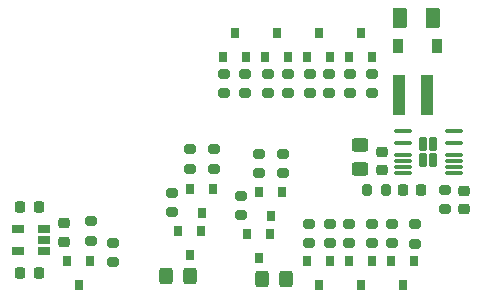
<source format=gbr>
%TF.GenerationSoftware,KiCad,Pcbnew,6.0.6-1.fc35*%
%TF.CreationDate,2022-07-26T21:01:35+02:00*%
%TF.ProjectId,Nixiewatch,4e697869-6577-4617-9463-682e6b696361,rev?*%
%TF.SameCoordinates,Original*%
%TF.FileFunction,Paste,Top*%
%TF.FilePolarity,Positive*%
%FSLAX46Y46*%
G04 Gerber Fmt 4.6, Leading zero omitted, Abs format (unit mm)*
G04 Created by KiCad (PCBNEW 6.0.6-1.fc35) date 2022-07-26 21:01:35*
%MOMM*%
%LPD*%
G01*
G04 APERTURE LIST*
G04 Aperture macros list*
%AMRoundRect*
0 Rectangle with rounded corners*
0 $1 Rounding radius*
0 $2 $3 $4 $5 $6 $7 $8 $9 X,Y pos of 4 corners*
0 Add a 4 corners polygon primitive as box body*
4,1,4,$2,$3,$4,$5,$6,$7,$8,$9,$2,$3,0*
0 Add four circle primitives for the rounded corners*
1,1,$1+$1,$2,$3*
1,1,$1+$1,$4,$5*
1,1,$1+$1,$6,$7*
1,1,$1+$1,$8,$9*
0 Add four rect primitives between the rounded corners*
20,1,$1+$1,$2,$3,$4,$5,0*
20,1,$1+$1,$4,$5,$6,$7,0*
20,1,$1+$1,$6,$7,$8,$9,0*
20,1,$1+$1,$8,$9,$2,$3,0*%
G04 Aperture macros list end*
%ADD10RoundRect,0.225000X-0.250000X0.225000X-0.250000X-0.225000X0.250000X-0.225000X0.250000X0.225000X0*%
%ADD11RoundRect,0.225000X-0.225000X-0.250000X0.225000X-0.250000X0.225000X0.250000X-0.225000X0.250000X0*%
%ADD12RoundRect,0.200000X-0.275000X0.200000X-0.275000X-0.200000X0.275000X-0.200000X0.275000X0.200000X0*%
%ADD13R,0.800000X0.900000*%
%ADD14RoundRect,0.200000X0.275000X-0.200000X0.275000X0.200000X-0.275000X0.200000X-0.275000X-0.200000X0*%
%ADD15RoundRect,0.250000X-0.325000X-0.450000X0.325000X-0.450000X0.325000X0.450000X-0.325000X0.450000X0*%
%ADD16R,1.060000X0.650000*%
%ADD17RoundRect,0.200000X-0.200000X-0.275000X0.200000X-0.275000X0.200000X0.275000X-0.200000X0.275000X0*%
%ADD18RoundRect,0.250000X-0.450000X0.325000X-0.450000X-0.325000X0.450000X-0.325000X0.450000X0.325000X0*%
%ADD19RoundRect,0.172500X-0.172500X-0.422500X0.172500X-0.422500X0.172500X0.422500X-0.172500X0.422500X0*%
%ADD20RoundRect,0.075000X-0.650000X-0.075000X0.650000X-0.075000X0.650000X0.075000X-0.650000X0.075000X0*%
%ADD21R,0.980000X3.400000*%
%ADD22RoundRect,0.250000X-0.375000X-0.625000X0.375000X-0.625000X0.375000X0.625000X-0.375000X0.625000X0*%
%ADD23R,0.900000X1.200000*%
G04 APERTURE END LIST*
D10*
%TO.C,C11*%
X78232000Y-53722000D03*
X78232000Y-55272000D03*
%TD*%
D11*
%TO.C,C12*%
X74550000Y-52324000D03*
X76100000Y-52324000D03*
%TD*%
D12*
%TO.C,R20*%
X102500000Y-41075000D03*
X102500000Y-42725000D03*
%TD*%
D13*
%TO.C,Q11*%
X95692000Y-54626000D03*
X93792000Y-54626000D03*
X94742000Y-56626000D03*
%TD*%
%TO.C,Q7*%
X95316000Y-39608000D03*
X97216000Y-39608000D03*
X96266000Y-37608000D03*
%TD*%
%TO.C,Q9*%
X89850000Y-54372000D03*
X87950000Y-54372000D03*
X88900000Y-56372000D03*
%TD*%
D14*
%TO.C,R19*%
X104300000Y-55400000D03*
X104300000Y-53750000D03*
%TD*%
%TO.C,R18*%
X100800000Y-55425000D03*
X100800000Y-53775000D03*
%TD*%
%TO.C,R17*%
X80518000Y-55181000D03*
X80518000Y-53531000D03*
%TD*%
D13*
%TO.C,Q8*%
X91760000Y-39608000D03*
X93660000Y-39608000D03*
X92710000Y-37608000D03*
%TD*%
%TO.C,Q5*%
X100772000Y-56912000D03*
X98872000Y-56912000D03*
X99822000Y-58912000D03*
%TD*%
%TO.C,Q2*%
X98872000Y-39608000D03*
X100772000Y-39608000D03*
X99822000Y-37608000D03*
%TD*%
D14*
%TO.C,R25*%
X90932000Y-49085000D03*
X90932000Y-47435000D03*
%TD*%
D15*
%TO.C,R24*%
X86868000Y-58166000D03*
X88918000Y-58166000D03*
%TD*%
D11*
%TO.C,C17*%
X74550000Y-57912000D03*
X76100000Y-57912000D03*
%TD*%
D13*
%TO.C,Q1*%
X107884000Y-56912000D03*
X105984000Y-56912000D03*
X106934000Y-58912000D03*
%TD*%
%TO.C,Q6*%
X80452000Y-56912000D03*
X78552000Y-56912000D03*
X79502000Y-58912000D03*
%TD*%
%TO.C,Q10*%
X90866000Y-50816000D03*
X88966000Y-50816000D03*
X89916000Y-52816000D03*
%TD*%
%TO.C,Q4*%
X104328000Y-56912000D03*
X102428000Y-56912000D03*
X103378000Y-58912000D03*
%TD*%
%TO.C,Q12*%
X96708000Y-51070000D03*
X94808000Y-51070000D03*
X95758000Y-53070000D03*
%TD*%
D12*
%TO.C,R27*%
X93218000Y-51386000D03*
X93218000Y-53036000D03*
%TD*%
%TO.C,R26*%
X88900000Y-47435000D03*
X88900000Y-49085000D03*
%TD*%
%TO.C,R23*%
X87376000Y-51132000D03*
X87376000Y-52782000D03*
%TD*%
D14*
%TO.C,R22*%
X108000000Y-55456000D03*
X108000000Y-53806000D03*
%TD*%
D12*
%TO.C,R16*%
X95500000Y-41075000D03*
X95500000Y-42725000D03*
%TD*%
%TO.C,R15*%
X91800000Y-41075000D03*
X91800000Y-42725000D03*
%TD*%
D16*
%TO.C,U3*%
X76538000Y-56068000D03*
X76538000Y-55118000D03*
X76538000Y-54168000D03*
X74338000Y-54168000D03*
X74338000Y-56068000D03*
%TD*%
D12*
%TO.C,R30*%
X94742000Y-47830000D03*
X94742000Y-49480000D03*
%TD*%
D13*
%TO.C,Q3*%
X102428000Y-39608000D03*
X104328000Y-39608000D03*
X103378000Y-37608000D03*
%TD*%
D14*
%TO.C,R29*%
X96774000Y-49480000D03*
X96774000Y-47830000D03*
%TD*%
D15*
%TO.C,R28*%
X94987000Y-58420000D03*
X97037000Y-58420000D03*
%TD*%
D12*
%TO.C,R21*%
X99100000Y-41075000D03*
X99100000Y-42725000D03*
%TD*%
%TO.C,R1*%
X110500000Y-50875000D03*
X110500000Y-52525000D03*
%TD*%
D17*
%TO.C,R2*%
X103875000Y-50890000D03*
X105525000Y-50890000D03*
%TD*%
D18*
%TO.C,C1*%
X103349000Y-47065000D03*
X103349000Y-49115000D03*
%TD*%
D11*
%TO.C,C3*%
X106974000Y-50890000D03*
X108524000Y-50890000D03*
%TD*%
D10*
%TO.C,C4*%
X105149000Y-47677000D03*
X105149000Y-49227000D03*
%TD*%
D19*
%TO.C,IC1*%
X108670000Y-46980000D03*
X108670000Y-48400000D03*
X109500000Y-48400000D03*
X109500000Y-46980000D03*
D20*
X106935000Y-45940000D03*
X106935000Y-46940000D03*
X106935000Y-47940000D03*
X106935000Y-48440000D03*
X106935000Y-48940000D03*
X106935000Y-49440000D03*
X111235000Y-49440000D03*
X111235000Y-48940000D03*
X111235000Y-48440000D03*
X111235000Y-47940000D03*
X111235000Y-46940000D03*
X111235000Y-45940000D03*
%TD*%
D21*
%TO.C,L1*%
X106630000Y-42864000D03*
X109000000Y-42864000D03*
%TD*%
D10*
%TO.C,C2*%
X112100000Y-50950000D03*
X112100000Y-52500000D03*
%TD*%
D22*
%TO.C,C5*%
X106700000Y-36300000D03*
X109500000Y-36300000D03*
%TD*%
D14*
%TO.C,R36*%
X102400000Y-55425000D03*
X102400000Y-53775000D03*
%TD*%
%TO.C,R37*%
X99000000Y-55425000D03*
X99000000Y-53775000D03*
%TD*%
%TO.C,R33*%
X106000000Y-55400000D03*
X106000000Y-53750000D03*
%TD*%
D12*
%TO.C,R35*%
X104300000Y-41075000D03*
X104300000Y-42725000D03*
%TD*%
%TO.C,R39*%
X97200000Y-41075000D03*
X97200000Y-42725000D03*
%TD*%
D23*
%TO.C,D1*%
X109850000Y-38700000D03*
X106550000Y-38700000D03*
%TD*%
D12*
%TO.C,R34*%
X100700000Y-41075000D03*
X100700000Y-42725000D03*
%TD*%
%TO.C,R40*%
X93600000Y-41075000D03*
X93600000Y-42725000D03*
%TD*%
D14*
%TO.C,R38*%
X82400000Y-57025000D03*
X82400000Y-55375000D03*
%TD*%
M02*

</source>
